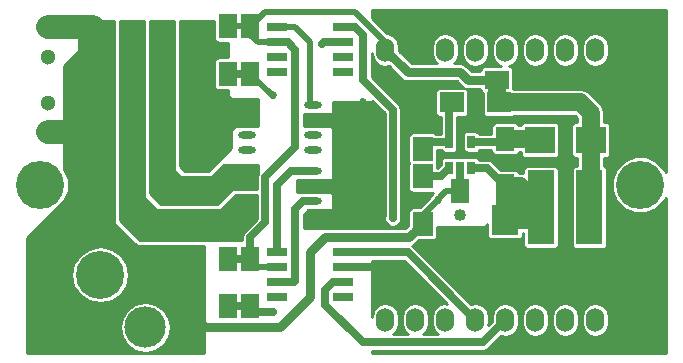
<source format=gtl>
%TF.GenerationSoftware,KiCad,Pcbnew,4.0.2-stable*%
%TF.CreationDate,2016-05-01T09:37:51-04:00*%
%TF.ProjectId,RGB-Controller,5247422D436F6E74726F6C6C65722E6B,rev?*%
%TF.FileFunction,Copper,L1,Top,Signal*%
%FSLAX46Y46*%
G04 Gerber Fmt 4.6, Leading zero omitted, Abs format (unit mm)*
G04 Created by KiCad (PCBNEW 4.0.2-stable) date 5/1/2016 9:37:51 AM*
%MOMM*%
G01*
G04 APERTURE LIST*
%ADD10C,0.127000*%
%ADD11R,1.600000X2.000000*%
%ADD12C,1.016000*%
%ADD13R,2.301240X2.499360*%
%ADD14O,1.524000X2.032000*%
%ADD15R,2.000000X1.600000*%
%ADD16C,4.064000*%
%ADD17R,2.200000X6.300000*%
%ADD18R,1.727200X2.032000*%
%ADD19O,1.727200X2.032000*%
%ADD20R,2.000000X1.700000*%
%ADD21R,1.700000X2.000000*%
%ADD22R,0.650000X1.060000*%
%ADD23R,1.750000X0.650000*%
%ADD24O,1.473200X0.609600*%
%ADD25R,2.499360X2.301240*%
%ADD26O,4.572000X4.572000*%
%ADD27O,4.064000X4.064000*%
%ADD28O,3.500120X3.500120*%
%ADD29R,1.300000X1.300000*%
%ADD30C,1.300000*%
%ADD31C,0.685800*%
%ADD32C,2.032000*%
%ADD33C,0.762000*%
%ADD34C,0.508000*%
%ADD35C,0.635000*%
%ADD36C,1.524000*%
%ADD37C,1.270000*%
%ADD38C,0.254000*%
G04 APERTURE END LIST*
D10*
D11*
X139700000Y-87535000D03*
X139700000Y-91535000D03*
D12*
X135890000Y-93980000D03*
D13*
X139700000Y-94371160D03*
X139700000Y-98668840D03*
D14*
X147320000Y-102870000D03*
X147320000Y-80010000D03*
X144780000Y-102870000D03*
X144780000Y-80010000D03*
X142240000Y-102870000D03*
X142240000Y-80010000D03*
X139700000Y-102870000D03*
X139700000Y-80010000D03*
X137160000Y-102870000D03*
X137160000Y-80010000D03*
X134620000Y-102870000D03*
X134620000Y-80010000D03*
X132080000Y-102870000D03*
X132080000Y-80010000D03*
X129540000Y-102870000D03*
X129540000Y-80010000D03*
D15*
X138970000Y-82550000D03*
X142970000Y-82550000D03*
D16*
X151130000Y-91440000D03*
D11*
X135890000Y-91980000D03*
X135890000Y-95980000D03*
D17*
X142730000Y-93345000D03*
X146830000Y-93345000D03*
D18*
X113030000Y-78740000D03*
D19*
X110490000Y-78740000D03*
X107950000Y-78740000D03*
X105410000Y-78740000D03*
D18*
X113030000Y-83820000D03*
D19*
X110490000Y-83820000D03*
X107950000Y-83820000D03*
X105410000Y-83820000D03*
D18*
X113030000Y-88900000D03*
D19*
X110490000Y-88900000D03*
X107950000Y-88900000D03*
X105410000Y-88900000D03*
D20*
X139160000Y-84455000D03*
X135160000Y-84455000D03*
D21*
X132715000Y-88360000D03*
X132715000Y-84360000D03*
X132715000Y-94710000D03*
X132715000Y-90710000D03*
D22*
X136840000Y-87800000D03*
X135890000Y-87800000D03*
X134940000Y-87800000D03*
X134940000Y-90000000D03*
X136840000Y-90000000D03*
X135890000Y-90000000D03*
D23*
X120390000Y-100965000D03*
X125990000Y-100965000D03*
X120390000Y-99695000D03*
X125990000Y-99695000D03*
X120390000Y-98425000D03*
X125990000Y-98425000D03*
X120390000Y-97155000D03*
X125990000Y-97155000D03*
X120390000Y-81915000D03*
X125990000Y-81915000D03*
X120390000Y-80645000D03*
X125990000Y-80645000D03*
X120390000Y-79375000D03*
X125990000Y-79375000D03*
X120390000Y-78105000D03*
X125990000Y-78105000D03*
D24*
X123444000Y-94107000D03*
X123444000Y-92837000D03*
X123444000Y-91567000D03*
X123444000Y-90297000D03*
X117856000Y-90297000D03*
X117856000Y-91567000D03*
X117856000Y-92837000D03*
X117856000Y-94107000D03*
X123444000Y-88519000D03*
X123444000Y-87249000D03*
X123444000Y-85979000D03*
X123444000Y-84709000D03*
X117856000Y-84709000D03*
X117856000Y-85979000D03*
X117856000Y-87249000D03*
X117856000Y-88519000D03*
D16*
X100330000Y-91440000D03*
D25*
X142631160Y-87630000D03*
X146928840Y-87630000D03*
D11*
X116205000Y-97695000D03*
X116205000Y-101695000D03*
X118110000Y-78010000D03*
X118110000Y-82010000D03*
X116205000Y-78010000D03*
X116205000Y-82010000D03*
X118110000Y-97695000D03*
X118110000Y-101695000D03*
D26*
X112014000Y-99060000D03*
D27*
X105410000Y-99060000D03*
D28*
X109220000Y-103505000D03*
D29*
X100965000Y-78105000D03*
D30*
X100965000Y-80605000D03*
D29*
X100965000Y-86995000D03*
D30*
X100965000Y-84495000D03*
D31*
X133985000Y-92710000D03*
X145415000Y-82550000D03*
X137160000Y-99695000D03*
X120015000Y-102235000D03*
X135890000Y-98425000D03*
X124206000Y-79502000D03*
X137160000Y-85725000D03*
X130810000Y-83185000D03*
X127635000Y-86360000D03*
X127635000Y-88265000D03*
X127635000Y-90170000D03*
X127635000Y-92075000D03*
X127635000Y-93980000D03*
X126365000Y-85725000D03*
X127635000Y-84455000D03*
X128905000Y-85725000D03*
X128905000Y-86995000D03*
X128905000Y-88900000D03*
X128905000Y-90805000D03*
X128905000Y-92710000D03*
X120015000Y-83820000D03*
X129540000Y-98425000D03*
X126365000Y-87630000D03*
X126365000Y-89535000D03*
X126365000Y-91440000D03*
X126365000Y-93345000D03*
X130175000Y-94234000D03*
D32*
X100965000Y-78105000D02*
X104775000Y-78105000D01*
X104775000Y-78105000D02*
X105410000Y-78740000D01*
X100965000Y-86995000D02*
X103505000Y-86995000D01*
X103505000Y-86995000D02*
X105410000Y-88900000D01*
D33*
X112014000Y-99060000D02*
X112014000Y-101219000D01*
X112014000Y-101219000D02*
X114300000Y-103505000D01*
X114300000Y-103505000D02*
X120650000Y-103505000D01*
X120650000Y-103505000D02*
X123190000Y-100965000D01*
X123190000Y-100965000D02*
X123190000Y-97155000D01*
X123190000Y-97155000D02*
X124460000Y-95885000D01*
X124460000Y-95885000D02*
X131540000Y-95885000D01*
X131540000Y-95885000D02*
X132715000Y-94710000D01*
D34*
X132715000Y-94710000D02*
X132715000Y-93980000D01*
X132715000Y-93980000D02*
X133985000Y-92710000D01*
X135890000Y-91980000D02*
X134715000Y-91980000D01*
X134715000Y-91980000D02*
X132715000Y-93980000D01*
D35*
X111610140Y-99060000D02*
X113030000Y-100479860D01*
X132715000Y-94710000D02*
X132175000Y-95250000D01*
X132715000Y-94710000D02*
X133160000Y-94710000D01*
X135890000Y-90000000D02*
X135890000Y-91980000D01*
D33*
X142970000Y-82550000D02*
X145415000Y-82550000D01*
D35*
X139700000Y-98668840D02*
X138186160Y-98668840D01*
X138186160Y-98668840D02*
X137160000Y-99695000D01*
X118110000Y-101695000D02*
X118650000Y-102235000D01*
X118650000Y-102235000D02*
X120015000Y-102235000D01*
X135890000Y-98425000D02*
X135890000Y-95980000D01*
X116205000Y-101695000D02*
X118110000Y-101695000D01*
X125990000Y-79375000D02*
X124333000Y-79375000D01*
X124333000Y-79375000D02*
X124206000Y-79502000D01*
X135890000Y-87800000D02*
X135890000Y-86995000D01*
X135890000Y-86995000D02*
X137160000Y-85725000D01*
X132715000Y-84360000D02*
X131985000Y-84360000D01*
X131985000Y-84360000D02*
X130810000Y-83185000D01*
D34*
X127635000Y-93980000D02*
X128905000Y-92710000D01*
D35*
X127000000Y-85725000D02*
X127635000Y-86360000D01*
X127635000Y-88265000D02*
X127635000Y-90170000D01*
X127635000Y-92075000D02*
X127635000Y-93980000D01*
X126365000Y-85725000D02*
X127000000Y-85725000D01*
D34*
X128905000Y-86995000D02*
X128905000Y-85725000D01*
X128905000Y-90805000D02*
X128905000Y-88900000D01*
D35*
X116205000Y-82010000D02*
X118110000Y-82010000D01*
D34*
X118110000Y-82010000D02*
X119920000Y-83820000D01*
X119920000Y-83820000D02*
X120015000Y-83820000D01*
D35*
X125990000Y-98425000D02*
X127000000Y-98425000D01*
X127000000Y-98425000D02*
X129540000Y-98425000D01*
D34*
X135890000Y-88900000D02*
X134620000Y-88900000D01*
D35*
X123444000Y-91567000D02*
X125603000Y-91567000D01*
X125730000Y-91440000D02*
X126365000Y-91440000D01*
X125603000Y-91567000D02*
X125730000Y-91440000D01*
X123444000Y-94107000D02*
X125603000Y-94107000D01*
X126111000Y-85979000D02*
X123444000Y-85979000D01*
X126365000Y-85725000D02*
X126111000Y-85979000D01*
X126365000Y-87630000D02*
X126365000Y-85725000D01*
X126365000Y-91440000D02*
X126365000Y-89535000D01*
X125603000Y-94107000D02*
X126365000Y-93345000D01*
D34*
X135890000Y-87800000D02*
X135890000Y-88900000D01*
X137160000Y-88900000D02*
X135890000Y-88900000D01*
D33*
X129540000Y-80010000D02*
X131445000Y-81915000D01*
X136525000Y-82550000D02*
X138970000Y-82550000D01*
X135890000Y-81915000D02*
X136525000Y-82550000D01*
X131445000Y-81915000D02*
X135890000Y-81915000D01*
D36*
X138970000Y-82550000D02*
X138970000Y-84265000D01*
X138970000Y-84265000D02*
X139160000Y-84455000D01*
X139160000Y-84455000D02*
X146050000Y-84455000D01*
X146928840Y-85333840D02*
X146928840Y-87630000D01*
X146050000Y-84455000D02*
X146928840Y-85333840D01*
X146780000Y-93395000D02*
X146830000Y-93345000D01*
X146928840Y-87630000D02*
X146928840Y-93246160D01*
X146928840Y-93246160D02*
X146830000Y-93345000D01*
D35*
X139160000Y-84455000D02*
X139160000Y-84360000D01*
X139065000Y-84455000D02*
X139160000Y-84455000D01*
X116205000Y-97695000D02*
X118110000Y-97695000D01*
X120390000Y-79375000D02*
X121285000Y-79375000D01*
X118110000Y-95885000D02*
X118110000Y-97695000D01*
X119380000Y-94615000D02*
X118110000Y-95885000D01*
X119380000Y-90805000D02*
X119380000Y-94615000D01*
X121920000Y-88265000D02*
X119380000Y-90805000D01*
X121920000Y-80010000D02*
X121920000Y-88265000D01*
X121285000Y-79375000D02*
X121920000Y-80010000D01*
D34*
X118205000Y-98425000D02*
X120390000Y-98425000D01*
X116205000Y-78010000D02*
X118110000Y-78010000D01*
X129540000Y-80010000D02*
X129540000Y-79375000D01*
X118110000Y-78740000D02*
X118745000Y-79375000D01*
X118110000Y-78105000D02*
X118110000Y-78740000D01*
X119380000Y-76835000D02*
X118110000Y-78105000D01*
X127000000Y-76835000D02*
X119380000Y-76835000D01*
X129540000Y-79375000D02*
X127000000Y-76835000D01*
X120390000Y-79375000D02*
X118745000Y-79375000D01*
D36*
X139700000Y-87535000D02*
X142536160Y-87535000D01*
X142536160Y-87535000D02*
X142631160Y-87630000D01*
D34*
X139700000Y-88021160D02*
X139700000Y-88170000D01*
D35*
X136840000Y-87800000D02*
X139330000Y-87800000D01*
X139330000Y-87800000D02*
X139700000Y-88170000D01*
D36*
X139700000Y-91535000D02*
X139700000Y-92075000D01*
X139700000Y-92075000D02*
X140970000Y-93345000D01*
X140970000Y-93345000D02*
X140970000Y-93101160D01*
X139700000Y-91535000D02*
X140920000Y-91535000D01*
X140920000Y-91535000D02*
X142730000Y-93345000D01*
X139700000Y-94371160D02*
X140970000Y-93101160D01*
X140970000Y-93101160D02*
X140726160Y-93345000D01*
X140726160Y-93345000D02*
X142730000Y-93345000D01*
D35*
X136840000Y-90000000D02*
X138165000Y-90000000D01*
X138165000Y-90000000D02*
X139700000Y-91535000D01*
D36*
X139700000Y-94371160D02*
X141703840Y-94371160D01*
X141703840Y-94371160D02*
X142730000Y-93345000D01*
X139700000Y-91535000D02*
X139700000Y-94371160D01*
D37*
X110363000Y-89027000D02*
X110490000Y-88900000D01*
X110363000Y-89027000D02*
X110490000Y-88900000D01*
X107823000Y-89027000D02*
X107950000Y-88900000D01*
X107823000Y-89027000D02*
X107950000Y-88900000D01*
D35*
X135160000Y-84455000D02*
X134940000Y-84675000D01*
X134940000Y-84675000D02*
X134940000Y-87800000D01*
X132715000Y-88360000D02*
X133275000Y-87800000D01*
X133275000Y-87800000D02*
X134940000Y-87800000D01*
X132715000Y-90710000D02*
X134230000Y-90710000D01*
X134230000Y-90710000D02*
X134940000Y-90000000D01*
X120390000Y-99695000D02*
X121793000Y-99695000D01*
X122555000Y-92837000D02*
X123444000Y-92837000D01*
X121920000Y-93472000D02*
X122555000Y-92837000D01*
X121920000Y-99568000D02*
X121920000Y-93472000D01*
X121793000Y-99695000D02*
X121920000Y-99568000D01*
X125990000Y-99695000D02*
X125095000Y-99695000D01*
X137795000Y-104775000D02*
X139700000Y-102870000D01*
X127635000Y-104775000D02*
X137795000Y-104775000D01*
X124460000Y-101600000D02*
X127635000Y-104775000D01*
X124460000Y-100330000D02*
X124460000Y-101600000D01*
X125095000Y-99695000D02*
X124460000Y-100330000D01*
X120390000Y-97155000D02*
X120390000Y-91446000D01*
X121539000Y-90297000D02*
X123444000Y-90297000D01*
X120390000Y-91446000D02*
X121539000Y-90297000D01*
X125990000Y-97155000D02*
X131445000Y-97155000D01*
X131445000Y-97155000D02*
X137160000Y-102870000D01*
X125990000Y-78105000D02*
X127000000Y-78105000D01*
X130175000Y-85090000D02*
X130175000Y-94234000D01*
X127635000Y-82550000D02*
X130175000Y-85090000D01*
X127635000Y-78740000D02*
X127635000Y-82550000D01*
X127000000Y-78105000D02*
X127635000Y-78740000D01*
D34*
X120390000Y-78105000D02*
X121920000Y-78105000D01*
X123190000Y-79375000D02*
X123190000Y-84455000D01*
X121920000Y-78105000D02*
X123190000Y-79375000D01*
X121920000Y-78105000D02*
X121920000Y-78105000D01*
X123190000Y-84455000D02*
X123444000Y-84709000D01*
D38*
G36*
X153276300Y-90315657D02*
X153176834Y-90074931D01*
X152498639Y-89395551D01*
X151612081Y-89027420D01*
X150652130Y-89026583D01*
X149764931Y-89393166D01*
X149085551Y-90071361D01*
X148717420Y-90957919D01*
X148716583Y-91917870D01*
X149083166Y-92805069D01*
X149761361Y-93484449D01*
X150647919Y-93852580D01*
X151607870Y-93853417D01*
X152495069Y-93486834D01*
X153174449Y-92808639D01*
X153276300Y-92563355D01*
X153276300Y-105651300D01*
X128397000Y-105651300D01*
X128397000Y-105473500D01*
X137795000Y-105473500D01*
X138062305Y-105420330D01*
X138288914Y-105268914D01*
X139335886Y-104221942D01*
X139700000Y-104294369D01*
X140137407Y-104207363D01*
X140508223Y-103959592D01*
X140755994Y-103588776D01*
X140843000Y-103151369D01*
X140843000Y-102588631D01*
X141097000Y-102588631D01*
X141097000Y-103151369D01*
X141184006Y-103588776D01*
X141431777Y-103959592D01*
X141802593Y-104207363D01*
X142240000Y-104294369D01*
X142677407Y-104207363D01*
X143048223Y-103959592D01*
X143295994Y-103588776D01*
X143383000Y-103151369D01*
X143383000Y-102588631D01*
X143637000Y-102588631D01*
X143637000Y-103151369D01*
X143724006Y-103588776D01*
X143971777Y-103959592D01*
X144342593Y-104207363D01*
X144780000Y-104294369D01*
X145217407Y-104207363D01*
X145588223Y-103959592D01*
X145835994Y-103588776D01*
X145923000Y-103151369D01*
X145923000Y-102588631D01*
X146177000Y-102588631D01*
X146177000Y-103151369D01*
X146264006Y-103588776D01*
X146511777Y-103959592D01*
X146882593Y-104207363D01*
X147320000Y-104294369D01*
X147757407Y-104207363D01*
X148128223Y-103959592D01*
X148375994Y-103588776D01*
X148463000Y-103151369D01*
X148463000Y-102588631D01*
X148375994Y-102151224D01*
X148128223Y-101780408D01*
X147757407Y-101532637D01*
X147320000Y-101445631D01*
X146882593Y-101532637D01*
X146511777Y-101780408D01*
X146264006Y-102151224D01*
X146177000Y-102588631D01*
X145923000Y-102588631D01*
X145835994Y-102151224D01*
X145588223Y-101780408D01*
X145217407Y-101532637D01*
X144780000Y-101445631D01*
X144342593Y-101532637D01*
X143971777Y-101780408D01*
X143724006Y-102151224D01*
X143637000Y-102588631D01*
X143383000Y-102588631D01*
X143295994Y-102151224D01*
X143048223Y-101780408D01*
X142677407Y-101532637D01*
X142240000Y-101445631D01*
X141802593Y-101532637D01*
X141431777Y-101780408D01*
X141184006Y-102151224D01*
X141097000Y-102588631D01*
X140843000Y-102588631D01*
X140755994Y-102151224D01*
X140508223Y-101780408D01*
X140137407Y-101532637D01*
X139700000Y-101445631D01*
X139262593Y-101532637D01*
X138891777Y-101780408D01*
X138644006Y-102151224D01*
X138557000Y-102588631D01*
X138557000Y-103025172D01*
X138271266Y-103310906D01*
X138303000Y-103151369D01*
X138303000Y-102588631D01*
X138215994Y-102151224D01*
X137968223Y-101780408D01*
X137597407Y-101532637D01*
X137160000Y-101445631D01*
X136795886Y-101518058D01*
X131938914Y-96661086D01*
X131831157Y-96589085D01*
X131831605Y-96588996D01*
X132078815Y-96423815D01*
X132404166Y-96098464D01*
X133565000Y-96098464D01*
X133706190Y-96071897D01*
X133835865Y-95988454D01*
X133922859Y-95861134D01*
X133953464Y-95710000D01*
X133953464Y-95002427D01*
X133985000Y-95008700D01*
X137795000Y-95008700D01*
X137945662Y-94978731D01*
X138073388Y-94893388D01*
X138158731Y-94765662D01*
X138160916Y-94754677D01*
X138160916Y-95620840D01*
X138187483Y-95762030D01*
X138270926Y-95891705D01*
X138398246Y-95978699D01*
X138549380Y-96009304D01*
X140850620Y-96009304D01*
X140991810Y-95982737D01*
X141121485Y-95899294D01*
X141208479Y-95771974D01*
X141239084Y-95620840D01*
X141239084Y-95514160D01*
X141241536Y-95514160D01*
X141241536Y-96495000D01*
X141268103Y-96636190D01*
X141351546Y-96765865D01*
X141478866Y-96852859D01*
X141630000Y-96883464D01*
X143830000Y-96883464D01*
X143971190Y-96856897D01*
X144100865Y-96773454D01*
X144187859Y-96646134D01*
X144218464Y-96495000D01*
X144218464Y-90195000D01*
X144191897Y-90053810D01*
X144108454Y-89924135D01*
X143981134Y-89837141D01*
X143830000Y-89806536D01*
X141630000Y-89806536D01*
X141488810Y-89833103D01*
X141359135Y-89916546D01*
X141272141Y-90043866D01*
X141241536Y-90195000D01*
X141241536Y-90455958D01*
X140920000Y-90392000D01*
X140860732Y-90392000D01*
X140778454Y-90264135D01*
X140651134Y-90177141D01*
X140500000Y-90146536D01*
X139299364Y-90146536D01*
X138658914Y-89506086D01*
X138432305Y-89354670D01*
X138165000Y-89301500D01*
X137509324Y-89301500D01*
X137443454Y-89199135D01*
X137316134Y-89112141D01*
X137165000Y-89081536D01*
X136515000Y-89081536D01*
X136373810Y-89108103D01*
X136366813Y-89112605D01*
X136366134Y-89112141D01*
X136215000Y-89081536D01*
X135565000Y-89081536D01*
X135423810Y-89108103D01*
X135416813Y-89112605D01*
X135416134Y-89112141D01*
X135265000Y-89081536D01*
X134615000Y-89081536D01*
X134473810Y-89108103D01*
X134344135Y-89191546D01*
X134257141Y-89318866D01*
X134226536Y-89470000D01*
X134226536Y-89725636D01*
X133953464Y-89998708D01*
X133953464Y-89710000D01*
X133926897Y-89568810D01*
X133905825Y-89536064D01*
X133922859Y-89511134D01*
X133953464Y-89360000D01*
X133953464Y-88498500D01*
X134270676Y-88498500D01*
X134336546Y-88600865D01*
X134463866Y-88687859D01*
X134615000Y-88718464D01*
X135265000Y-88718464D01*
X135406190Y-88691897D01*
X135535865Y-88608454D01*
X135622859Y-88481134D01*
X135653464Y-88330000D01*
X135653464Y-87270000D01*
X136126536Y-87270000D01*
X136126536Y-88330000D01*
X136153103Y-88471190D01*
X136236546Y-88600865D01*
X136363866Y-88687859D01*
X136515000Y-88718464D01*
X137165000Y-88718464D01*
X137306190Y-88691897D01*
X137435865Y-88608454D01*
X137510993Y-88498500D01*
X138511536Y-88498500D01*
X138511536Y-88535000D01*
X138538103Y-88676190D01*
X138621546Y-88805865D01*
X138748866Y-88892859D01*
X138900000Y-88923464D01*
X140500000Y-88923464D01*
X140641190Y-88896897D01*
X140770865Y-88813454D01*
X140857859Y-88686134D01*
X140859506Y-88678000D01*
X140993016Y-88678000D01*
X140993016Y-88780620D01*
X141019583Y-88921810D01*
X141103026Y-89051485D01*
X141230346Y-89138479D01*
X141381480Y-89169084D01*
X143880840Y-89169084D01*
X144022030Y-89142517D01*
X144151705Y-89059074D01*
X144238699Y-88931754D01*
X144269304Y-88780620D01*
X144269304Y-86479380D01*
X144242737Y-86338190D01*
X144159294Y-86208515D01*
X144031974Y-86121521D01*
X143880840Y-86090916D01*
X141381480Y-86090916D01*
X141240290Y-86117483D01*
X141110615Y-86200926D01*
X141023621Y-86328246D01*
X141010711Y-86392000D01*
X140860732Y-86392000D01*
X140778454Y-86264135D01*
X140651134Y-86177141D01*
X140500000Y-86146536D01*
X138900000Y-86146536D01*
X138758810Y-86173103D01*
X138629135Y-86256546D01*
X138542141Y-86383866D01*
X138511536Y-86535000D01*
X138511536Y-87101500D01*
X137509324Y-87101500D01*
X137443454Y-86999135D01*
X137316134Y-86912141D01*
X137165000Y-86881536D01*
X136515000Y-86881536D01*
X136373810Y-86908103D01*
X136244135Y-86991546D01*
X136157141Y-87118866D01*
X136126536Y-87270000D01*
X135653464Y-87270000D01*
X135638500Y-87190474D01*
X135638500Y-85693464D01*
X136160000Y-85693464D01*
X136301190Y-85666897D01*
X136430865Y-85583454D01*
X136517859Y-85456134D01*
X136548464Y-85305000D01*
X136548464Y-83605000D01*
X136521897Y-83463810D01*
X136438454Y-83334135D01*
X136357212Y-83278625D01*
X136525000Y-83312000D01*
X137581536Y-83312000D01*
X137581536Y-83350000D01*
X137608103Y-83491190D01*
X137691546Y-83620865D01*
X137771536Y-83675520D01*
X137771536Y-85305000D01*
X137798103Y-85446190D01*
X137881546Y-85575865D01*
X138008866Y-85662859D01*
X138160000Y-85693464D01*
X140160000Y-85693464D01*
X140301190Y-85666897D01*
X140408260Y-85598000D01*
X145576554Y-85598000D01*
X145785840Y-85807286D01*
X145785840Y-86090916D01*
X145679160Y-86090916D01*
X145537970Y-86117483D01*
X145408295Y-86200926D01*
X145321301Y-86328246D01*
X145290696Y-86479380D01*
X145290696Y-88780620D01*
X145317263Y-88921810D01*
X145400706Y-89051485D01*
X145528026Y-89138479D01*
X145679160Y-89169084D01*
X145785840Y-89169084D01*
X145785840Y-89806536D01*
X145730000Y-89806536D01*
X145588810Y-89833103D01*
X145459135Y-89916546D01*
X145372141Y-90043866D01*
X145341536Y-90195000D01*
X145341536Y-96495000D01*
X145368103Y-96636190D01*
X145451546Y-96765865D01*
X145578866Y-96852859D01*
X145730000Y-96883464D01*
X147930000Y-96883464D01*
X148071190Y-96856897D01*
X148200865Y-96773454D01*
X148287859Y-96646134D01*
X148318464Y-96495000D01*
X148318464Y-90195000D01*
X148291897Y-90053810D01*
X148208454Y-89924135D01*
X148081134Y-89837141D01*
X148071840Y-89835259D01*
X148071840Y-89169084D01*
X148178520Y-89169084D01*
X148319710Y-89142517D01*
X148449385Y-89059074D01*
X148536379Y-88931754D01*
X148566984Y-88780620D01*
X148566984Y-86479380D01*
X148540417Y-86338190D01*
X148456974Y-86208515D01*
X148329654Y-86121521D01*
X148178520Y-86090916D01*
X148071840Y-86090916D01*
X148071840Y-85333840D01*
X147984834Y-84896433D01*
X147737063Y-84525617D01*
X146858223Y-83646777D01*
X146487407Y-83399006D01*
X146050000Y-83312000D01*
X140406058Y-83312000D01*
X140358464Y-83279480D01*
X140358464Y-81750000D01*
X140331897Y-81608810D01*
X140248454Y-81479135D01*
X140121134Y-81392141D01*
X140017648Y-81371185D01*
X140137407Y-81347363D01*
X140508223Y-81099592D01*
X140755994Y-80728776D01*
X140843000Y-80291369D01*
X140843000Y-79728631D01*
X141097000Y-79728631D01*
X141097000Y-80291369D01*
X141184006Y-80728776D01*
X141431777Y-81099592D01*
X141802593Y-81347363D01*
X142240000Y-81434369D01*
X142677407Y-81347363D01*
X143048223Y-81099592D01*
X143295994Y-80728776D01*
X143383000Y-80291369D01*
X143383000Y-79728631D01*
X143637000Y-79728631D01*
X143637000Y-80291369D01*
X143724006Y-80728776D01*
X143971777Y-81099592D01*
X144342593Y-81347363D01*
X144780000Y-81434369D01*
X145217407Y-81347363D01*
X145588223Y-81099592D01*
X145835994Y-80728776D01*
X145923000Y-80291369D01*
X145923000Y-79728631D01*
X146177000Y-79728631D01*
X146177000Y-80291369D01*
X146264006Y-80728776D01*
X146511777Y-81099592D01*
X146882593Y-81347363D01*
X147320000Y-81434369D01*
X147757407Y-81347363D01*
X148128223Y-81099592D01*
X148375994Y-80728776D01*
X148463000Y-80291369D01*
X148463000Y-79728631D01*
X148375994Y-79291224D01*
X148128223Y-78920408D01*
X147757407Y-78672637D01*
X147320000Y-78585631D01*
X146882593Y-78672637D01*
X146511777Y-78920408D01*
X146264006Y-79291224D01*
X146177000Y-79728631D01*
X145923000Y-79728631D01*
X145835994Y-79291224D01*
X145588223Y-78920408D01*
X145217407Y-78672637D01*
X144780000Y-78585631D01*
X144342593Y-78672637D01*
X143971777Y-78920408D01*
X143724006Y-79291224D01*
X143637000Y-79728631D01*
X143383000Y-79728631D01*
X143295994Y-79291224D01*
X143048223Y-78920408D01*
X142677407Y-78672637D01*
X142240000Y-78585631D01*
X141802593Y-78672637D01*
X141431777Y-78920408D01*
X141184006Y-79291224D01*
X141097000Y-79728631D01*
X140843000Y-79728631D01*
X140755994Y-79291224D01*
X140508223Y-78920408D01*
X140137407Y-78672637D01*
X139700000Y-78585631D01*
X139262593Y-78672637D01*
X138891777Y-78920408D01*
X138644006Y-79291224D01*
X138557000Y-79728631D01*
X138557000Y-80291369D01*
X138644006Y-80728776D01*
X138891777Y-81099592D01*
X139262593Y-81347363D01*
X139333845Y-81361536D01*
X137970000Y-81361536D01*
X137828810Y-81388103D01*
X137699135Y-81471546D01*
X137612141Y-81598866D01*
X137581536Y-81750000D01*
X137581536Y-81788000D01*
X136840631Y-81788000D01*
X136428815Y-81376185D01*
X136385680Y-81347363D01*
X136181605Y-81211004D01*
X135890000Y-81153000D01*
X135348292Y-81153000D01*
X135428223Y-81099592D01*
X135675994Y-80728776D01*
X135763000Y-80291369D01*
X135763000Y-79728631D01*
X136017000Y-79728631D01*
X136017000Y-80291369D01*
X136104006Y-80728776D01*
X136351777Y-81099592D01*
X136722593Y-81347363D01*
X137160000Y-81434369D01*
X137597407Y-81347363D01*
X137968223Y-81099592D01*
X138215994Y-80728776D01*
X138303000Y-80291369D01*
X138303000Y-79728631D01*
X138215994Y-79291224D01*
X137968223Y-78920408D01*
X137597407Y-78672637D01*
X137160000Y-78585631D01*
X136722593Y-78672637D01*
X136351777Y-78920408D01*
X136104006Y-79291224D01*
X136017000Y-79728631D01*
X135763000Y-79728631D01*
X135675994Y-79291224D01*
X135428223Y-78920408D01*
X135057407Y-78672637D01*
X134620000Y-78585631D01*
X134182593Y-78672637D01*
X133811777Y-78920408D01*
X133564006Y-79291224D01*
X133477000Y-79728631D01*
X133477000Y-80291369D01*
X133564006Y-80728776D01*
X133811777Y-81099592D01*
X133891708Y-81153000D01*
X131760630Y-81153000D01*
X130683000Y-80075370D01*
X130683000Y-79728631D01*
X130595994Y-79291224D01*
X130348223Y-78920408D01*
X129977407Y-78672637D01*
X129675636Y-78612611D01*
X128397000Y-77333974D01*
X128397000Y-76593700D01*
X153276300Y-76593700D01*
X153276300Y-90315657D01*
X153276300Y-90315657D01*
G37*
X153276300Y-90315657D02*
X153176834Y-90074931D01*
X152498639Y-89395551D01*
X151612081Y-89027420D01*
X150652130Y-89026583D01*
X149764931Y-89393166D01*
X149085551Y-90071361D01*
X148717420Y-90957919D01*
X148716583Y-91917870D01*
X149083166Y-92805069D01*
X149761361Y-93484449D01*
X150647919Y-93852580D01*
X151607870Y-93853417D01*
X152495069Y-93486834D01*
X153174449Y-92808639D01*
X153276300Y-92563355D01*
X153276300Y-105651300D01*
X128397000Y-105651300D01*
X128397000Y-105473500D01*
X137795000Y-105473500D01*
X138062305Y-105420330D01*
X138288914Y-105268914D01*
X139335886Y-104221942D01*
X139700000Y-104294369D01*
X140137407Y-104207363D01*
X140508223Y-103959592D01*
X140755994Y-103588776D01*
X140843000Y-103151369D01*
X140843000Y-102588631D01*
X141097000Y-102588631D01*
X141097000Y-103151369D01*
X141184006Y-103588776D01*
X141431777Y-103959592D01*
X141802593Y-104207363D01*
X142240000Y-104294369D01*
X142677407Y-104207363D01*
X143048223Y-103959592D01*
X143295994Y-103588776D01*
X143383000Y-103151369D01*
X143383000Y-102588631D01*
X143637000Y-102588631D01*
X143637000Y-103151369D01*
X143724006Y-103588776D01*
X143971777Y-103959592D01*
X144342593Y-104207363D01*
X144780000Y-104294369D01*
X145217407Y-104207363D01*
X145588223Y-103959592D01*
X145835994Y-103588776D01*
X145923000Y-103151369D01*
X145923000Y-102588631D01*
X146177000Y-102588631D01*
X146177000Y-103151369D01*
X146264006Y-103588776D01*
X146511777Y-103959592D01*
X146882593Y-104207363D01*
X147320000Y-104294369D01*
X147757407Y-104207363D01*
X148128223Y-103959592D01*
X148375994Y-103588776D01*
X148463000Y-103151369D01*
X148463000Y-102588631D01*
X148375994Y-102151224D01*
X148128223Y-101780408D01*
X147757407Y-101532637D01*
X147320000Y-101445631D01*
X146882593Y-101532637D01*
X146511777Y-101780408D01*
X146264006Y-102151224D01*
X146177000Y-102588631D01*
X145923000Y-102588631D01*
X145835994Y-102151224D01*
X145588223Y-101780408D01*
X145217407Y-101532637D01*
X144780000Y-101445631D01*
X144342593Y-101532637D01*
X143971777Y-101780408D01*
X143724006Y-102151224D01*
X143637000Y-102588631D01*
X143383000Y-102588631D01*
X143295994Y-102151224D01*
X143048223Y-101780408D01*
X142677407Y-101532637D01*
X142240000Y-101445631D01*
X141802593Y-101532637D01*
X141431777Y-101780408D01*
X141184006Y-102151224D01*
X141097000Y-102588631D01*
X140843000Y-102588631D01*
X140755994Y-102151224D01*
X140508223Y-101780408D01*
X140137407Y-101532637D01*
X139700000Y-101445631D01*
X139262593Y-101532637D01*
X138891777Y-101780408D01*
X138644006Y-102151224D01*
X138557000Y-102588631D01*
X138557000Y-103025172D01*
X138271266Y-103310906D01*
X138303000Y-103151369D01*
X138303000Y-102588631D01*
X138215994Y-102151224D01*
X137968223Y-101780408D01*
X137597407Y-101532637D01*
X137160000Y-101445631D01*
X136795886Y-101518058D01*
X131938914Y-96661086D01*
X131831157Y-96589085D01*
X131831605Y-96588996D01*
X132078815Y-96423815D01*
X132404166Y-96098464D01*
X133565000Y-96098464D01*
X133706190Y-96071897D01*
X133835865Y-95988454D01*
X133922859Y-95861134D01*
X133953464Y-95710000D01*
X133953464Y-95002427D01*
X133985000Y-95008700D01*
X137795000Y-95008700D01*
X137945662Y-94978731D01*
X138073388Y-94893388D01*
X138158731Y-94765662D01*
X138160916Y-94754677D01*
X138160916Y-95620840D01*
X138187483Y-95762030D01*
X138270926Y-95891705D01*
X138398246Y-95978699D01*
X138549380Y-96009304D01*
X140850620Y-96009304D01*
X140991810Y-95982737D01*
X141121485Y-95899294D01*
X141208479Y-95771974D01*
X141239084Y-95620840D01*
X141239084Y-95514160D01*
X141241536Y-95514160D01*
X141241536Y-96495000D01*
X141268103Y-96636190D01*
X141351546Y-96765865D01*
X141478866Y-96852859D01*
X141630000Y-96883464D01*
X143830000Y-96883464D01*
X143971190Y-96856897D01*
X144100865Y-96773454D01*
X144187859Y-96646134D01*
X144218464Y-96495000D01*
X144218464Y-90195000D01*
X144191897Y-90053810D01*
X144108454Y-89924135D01*
X143981134Y-89837141D01*
X143830000Y-89806536D01*
X141630000Y-89806536D01*
X141488810Y-89833103D01*
X141359135Y-89916546D01*
X141272141Y-90043866D01*
X141241536Y-90195000D01*
X141241536Y-90455958D01*
X140920000Y-90392000D01*
X140860732Y-90392000D01*
X140778454Y-90264135D01*
X140651134Y-90177141D01*
X140500000Y-90146536D01*
X139299364Y-90146536D01*
X138658914Y-89506086D01*
X138432305Y-89354670D01*
X138165000Y-89301500D01*
X137509324Y-89301500D01*
X137443454Y-89199135D01*
X137316134Y-89112141D01*
X137165000Y-89081536D01*
X136515000Y-89081536D01*
X136373810Y-89108103D01*
X136366813Y-89112605D01*
X136366134Y-89112141D01*
X136215000Y-89081536D01*
X135565000Y-89081536D01*
X135423810Y-89108103D01*
X135416813Y-89112605D01*
X135416134Y-89112141D01*
X135265000Y-89081536D01*
X134615000Y-89081536D01*
X134473810Y-89108103D01*
X134344135Y-89191546D01*
X134257141Y-89318866D01*
X134226536Y-89470000D01*
X134226536Y-89725636D01*
X133953464Y-89998708D01*
X133953464Y-89710000D01*
X133926897Y-89568810D01*
X133905825Y-89536064D01*
X133922859Y-89511134D01*
X133953464Y-89360000D01*
X133953464Y-88498500D01*
X134270676Y-88498500D01*
X134336546Y-88600865D01*
X134463866Y-88687859D01*
X134615000Y-88718464D01*
X135265000Y-88718464D01*
X135406190Y-88691897D01*
X135535865Y-88608454D01*
X135622859Y-88481134D01*
X135653464Y-88330000D01*
X135653464Y-87270000D01*
X136126536Y-87270000D01*
X136126536Y-88330000D01*
X136153103Y-88471190D01*
X136236546Y-88600865D01*
X136363866Y-88687859D01*
X136515000Y-88718464D01*
X137165000Y-88718464D01*
X137306190Y-88691897D01*
X137435865Y-88608454D01*
X137510993Y-88498500D01*
X138511536Y-88498500D01*
X138511536Y-88535000D01*
X138538103Y-88676190D01*
X138621546Y-88805865D01*
X138748866Y-88892859D01*
X138900000Y-88923464D01*
X140500000Y-88923464D01*
X140641190Y-88896897D01*
X140770865Y-88813454D01*
X140857859Y-88686134D01*
X140859506Y-88678000D01*
X140993016Y-88678000D01*
X140993016Y-88780620D01*
X141019583Y-88921810D01*
X141103026Y-89051485D01*
X141230346Y-89138479D01*
X141381480Y-89169084D01*
X143880840Y-89169084D01*
X144022030Y-89142517D01*
X144151705Y-89059074D01*
X144238699Y-88931754D01*
X144269304Y-88780620D01*
X144269304Y-86479380D01*
X144242737Y-86338190D01*
X144159294Y-86208515D01*
X144031974Y-86121521D01*
X143880840Y-86090916D01*
X141381480Y-86090916D01*
X141240290Y-86117483D01*
X141110615Y-86200926D01*
X141023621Y-86328246D01*
X141010711Y-86392000D01*
X140860732Y-86392000D01*
X140778454Y-86264135D01*
X140651134Y-86177141D01*
X140500000Y-86146536D01*
X138900000Y-86146536D01*
X138758810Y-86173103D01*
X138629135Y-86256546D01*
X138542141Y-86383866D01*
X138511536Y-86535000D01*
X138511536Y-87101500D01*
X137509324Y-87101500D01*
X137443454Y-86999135D01*
X137316134Y-86912141D01*
X137165000Y-86881536D01*
X136515000Y-86881536D01*
X136373810Y-86908103D01*
X136244135Y-86991546D01*
X136157141Y-87118866D01*
X136126536Y-87270000D01*
X135653464Y-87270000D01*
X135638500Y-87190474D01*
X135638500Y-85693464D01*
X136160000Y-85693464D01*
X136301190Y-85666897D01*
X136430865Y-85583454D01*
X136517859Y-85456134D01*
X136548464Y-85305000D01*
X136548464Y-83605000D01*
X136521897Y-83463810D01*
X136438454Y-83334135D01*
X136357212Y-83278625D01*
X136525000Y-83312000D01*
X137581536Y-83312000D01*
X137581536Y-83350000D01*
X137608103Y-83491190D01*
X137691546Y-83620865D01*
X137771536Y-83675520D01*
X137771536Y-85305000D01*
X137798103Y-85446190D01*
X137881546Y-85575865D01*
X138008866Y-85662859D01*
X138160000Y-85693464D01*
X140160000Y-85693464D01*
X140301190Y-85666897D01*
X140408260Y-85598000D01*
X145576554Y-85598000D01*
X145785840Y-85807286D01*
X145785840Y-86090916D01*
X145679160Y-86090916D01*
X145537970Y-86117483D01*
X145408295Y-86200926D01*
X145321301Y-86328246D01*
X145290696Y-86479380D01*
X145290696Y-88780620D01*
X145317263Y-88921810D01*
X145400706Y-89051485D01*
X145528026Y-89138479D01*
X145679160Y-89169084D01*
X145785840Y-89169084D01*
X145785840Y-89806536D01*
X145730000Y-89806536D01*
X145588810Y-89833103D01*
X145459135Y-89916546D01*
X145372141Y-90043866D01*
X145341536Y-90195000D01*
X145341536Y-96495000D01*
X145368103Y-96636190D01*
X145451546Y-96765865D01*
X145578866Y-96852859D01*
X145730000Y-96883464D01*
X147930000Y-96883464D01*
X148071190Y-96856897D01*
X148200865Y-96773454D01*
X148287859Y-96646134D01*
X148318464Y-96495000D01*
X148318464Y-90195000D01*
X148291897Y-90053810D01*
X148208454Y-89924135D01*
X148081134Y-89837141D01*
X148071840Y-89835259D01*
X148071840Y-89169084D01*
X148178520Y-89169084D01*
X148319710Y-89142517D01*
X148449385Y-89059074D01*
X148536379Y-88931754D01*
X148566984Y-88780620D01*
X148566984Y-86479380D01*
X148540417Y-86338190D01*
X148456974Y-86208515D01*
X148329654Y-86121521D01*
X148178520Y-86090916D01*
X148071840Y-86090916D01*
X148071840Y-85333840D01*
X147984834Y-84896433D01*
X147737063Y-84525617D01*
X146858223Y-83646777D01*
X146487407Y-83399006D01*
X146050000Y-83312000D01*
X140406058Y-83312000D01*
X140358464Y-83279480D01*
X140358464Y-81750000D01*
X140331897Y-81608810D01*
X140248454Y-81479135D01*
X140121134Y-81392141D01*
X140017648Y-81371185D01*
X140137407Y-81347363D01*
X140508223Y-81099592D01*
X140755994Y-80728776D01*
X140843000Y-80291369D01*
X140843000Y-79728631D01*
X141097000Y-79728631D01*
X141097000Y-80291369D01*
X141184006Y-80728776D01*
X141431777Y-81099592D01*
X141802593Y-81347363D01*
X142240000Y-81434369D01*
X142677407Y-81347363D01*
X143048223Y-81099592D01*
X143295994Y-80728776D01*
X143383000Y-80291369D01*
X143383000Y-79728631D01*
X143637000Y-79728631D01*
X143637000Y-80291369D01*
X143724006Y-80728776D01*
X143971777Y-81099592D01*
X144342593Y-81347363D01*
X144780000Y-81434369D01*
X145217407Y-81347363D01*
X145588223Y-81099592D01*
X145835994Y-80728776D01*
X145923000Y-80291369D01*
X145923000Y-79728631D01*
X146177000Y-79728631D01*
X146177000Y-80291369D01*
X146264006Y-80728776D01*
X146511777Y-81099592D01*
X146882593Y-81347363D01*
X147320000Y-81434369D01*
X147757407Y-81347363D01*
X148128223Y-81099592D01*
X148375994Y-80728776D01*
X148463000Y-80291369D01*
X148463000Y-79728631D01*
X148375994Y-79291224D01*
X148128223Y-78920408D01*
X147757407Y-78672637D01*
X147320000Y-78585631D01*
X146882593Y-78672637D01*
X146511777Y-78920408D01*
X146264006Y-79291224D01*
X146177000Y-79728631D01*
X145923000Y-79728631D01*
X145835994Y-79291224D01*
X145588223Y-78920408D01*
X145217407Y-78672637D01*
X144780000Y-78585631D01*
X144342593Y-78672637D01*
X143971777Y-78920408D01*
X143724006Y-79291224D01*
X143637000Y-79728631D01*
X143383000Y-79728631D01*
X143295994Y-79291224D01*
X143048223Y-78920408D01*
X142677407Y-78672637D01*
X142240000Y-78585631D01*
X141802593Y-78672637D01*
X141431777Y-78920408D01*
X141184006Y-79291224D01*
X141097000Y-79728631D01*
X140843000Y-79728631D01*
X140755994Y-79291224D01*
X140508223Y-78920408D01*
X140137407Y-78672637D01*
X139700000Y-78585631D01*
X139262593Y-78672637D01*
X138891777Y-78920408D01*
X138644006Y-79291224D01*
X138557000Y-79728631D01*
X138557000Y-80291369D01*
X138644006Y-80728776D01*
X138891777Y-81099592D01*
X139262593Y-81347363D01*
X139333845Y-81361536D01*
X137970000Y-81361536D01*
X137828810Y-81388103D01*
X137699135Y-81471546D01*
X137612141Y-81598866D01*
X137581536Y-81750000D01*
X137581536Y-81788000D01*
X136840631Y-81788000D01*
X136428815Y-81376185D01*
X136385680Y-81347363D01*
X136181605Y-81211004D01*
X135890000Y-81153000D01*
X135348292Y-81153000D01*
X135428223Y-81099592D01*
X135675994Y-80728776D01*
X135763000Y-80291369D01*
X135763000Y-79728631D01*
X136017000Y-79728631D01*
X136017000Y-80291369D01*
X136104006Y-80728776D01*
X136351777Y-81099592D01*
X136722593Y-81347363D01*
X137160000Y-81434369D01*
X137597407Y-81347363D01*
X137968223Y-81099592D01*
X138215994Y-80728776D01*
X138303000Y-80291369D01*
X138303000Y-79728631D01*
X138215994Y-79291224D01*
X137968223Y-78920408D01*
X137597407Y-78672637D01*
X137160000Y-78585631D01*
X136722593Y-78672637D01*
X136351777Y-78920408D01*
X136104006Y-79291224D01*
X136017000Y-79728631D01*
X135763000Y-79728631D01*
X135675994Y-79291224D01*
X135428223Y-78920408D01*
X135057407Y-78672637D01*
X134620000Y-78585631D01*
X134182593Y-78672637D01*
X133811777Y-78920408D01*
X133564006Y-79291224D01*
X133477000Y-79728631D01*
X133477000Y-80291369D01*
X133564006Y-80728776D01*
X133811777Y-81099592D01*
X133891708Y-81153000D01*
X131760630Y-81153000D01*
X130683000Y-80075370D01*
X130683000Y-79728631D01*
X130595994Y-79291224D01*
X130348223Y-78920408D01*
X129977407Y-78672637D01*
X129675636Y-78612611D01*
X128397000Y-77333974D01*
X128397000Y-76593700D01*
X153276300Y-76593700D01*
X153276300Y-90315657D01*
G36*
X134779537Y-101477365D02*
X134620000Y-101445631D01*
X134182593Y-101532637D01*
X133811777Y-101780408D01*
X133564006Y-102151224D01*
X133477000Y-102588631D01*
X133477000Y-103151369D01*
X133564006Y-103588776D01*
X133811777Y-103959592D01*
X133986742Y-104076500D01*
X132713258Y-104076500D01*
X132888223Y-103959592D01*
X133135994Y-103588776D01*
X133223000Y-103151369D01*
X133223000Y-102588631D01*
X133135994Y-102151224D01*
X132888223Y-101780408D01*
X132517407Y-101532637D01*
X132080000Y-101445631D01*
X131642593Y-101532637D01*
X131271777Y-101780408D01*
X131024006Y-102151224D01*
X130937000Y-102588631D01*
X130937000Y-103151369D01*
X131024006Y-103588776D01*
X131271777Y-103959592D01*
X131446742Y-104076500D01*
X130173258Y-104076500D01*
X130348223Y-103959592D01*
X130595994Y-103588776D01*
X130683000Y-103151369D01*
X130683000Y-102588631D01*
X130595994Y-102151224D01*
X130348223Y-101780408D01*
X129977407Y-101532637D01*
X129540000Y-101445631D01*
X129102593Y-101532637D01*
X128731777Y-101780408D01*
X128484006Y-102151224D01*
X128397000Y-102588631D01*
X128397000Y-97853500D01*
X131155672Y-97853500D01*
X134779537Y-101477365D01*
X134779537Y-101477365D01*
G37*
X134779537Y-101477365D02*
X134620000Y-101445631D01*
X134182593Y-101532637D01*
X133811777Y-101780408D01*
X133564006Y-102151224D01*
X133477000Y-102588631D01*
X133477000Y-103151369D01*
X133564006Y-103588776D01*
X133811777Y-103959592D01*
X133986742Y-104076500D01*
X132713258Y-104076500D01*
X132888223Y-103959592D01*
X133135994Y-103588776D01*
X133223000Y-103151369D01*
X133223000Y-102588631D01*
X133135994Y-102151224D01*
X132888223Y-101780408D01*
X132517407Y-101532637D01*
X132080000Y-101445631D01*
X131642593Y-101532637D01*
X131271777Y-101780408D01*
X131024006Y-102151224D01*
X130937000Y-102588631D01*
X130937000Y-103151369D01*
X131024006Y-103588776D01*
X131271777Y-103959592D01*
X131446742Y-104076500D01*
X130173258Y-104076500D01*
X130348223Y-103959592D01*
X130595994Y-103588776D01*
X130683000Y-103151369D01*
X130683000Y-102588631D01*
X130595994Y-102151224D01*
X130348223Y-101780408D01*
X129977407Y-101532637D01*
X129540000Y-101445631D01*
X129102593Y-101532637D01*
X128731777Y-101780408D01*
X128484006Y-102151224D01*
X128397000Y-102588631D01*
X128397000Y-97853500D01*
X131155672Y-97853500D01*
X134779537Y-101477365D01*
G36*
X128484006Y-80728776D02*
X128731777Y-81099592D01*
X129102593Y-81347363D01*
X129540000Y-81434369D01*
X129829211Y-81376841D01*
X130906185Y-82453815D01*
X131153395Y-82618996D01*
X131445000Y-82677000D01*
X135574370Y-82677000D01*
X135986185Y-83088816D01*
X136134377Y-83187834D01*
X136184869Y-83221572D01*
X136160000Y-83216536D01*
X134160000Y-83216536D01*
X134018810Y-83243103D01*
X133889135Y-83326546D01*
X133802141Y-83453866D01*
X133771536Y-83605000D01*
X133771536Y-85305000D01*
X133798103Y-85446190D01*
X133881546Y-85575865D01*
X134008866Y-85662859D01*
X134160000Y-85693464D01*
X134241500Y-85693464D01*
X134241500Y-87101500D01*
X133851411Y-87101500D01*
X133843454Y-87089135D01*
X133716134Y-87002141D01*
X133565000Y-86971536D01*
X131865000Y-86971536D01*
X131723810Y-86998103D01*
X131594135Y-87081546D01*
X131507141Y-87208866D01*
X131476536Y-87360000D01*
X131476536Y-89360000D01*
X131503103Y-89501190D01*
X131524175Y-89533936D01*
X131507141Y-89558866D01*
X131476536Y-89710000D01*
X131476536Y-91710000D01*
X131503103Y-91851190D01*
X131586546Y-91980865D01*
X131713866Y-92067859D01*
X131865000Y-92098464D01*
X133565000Y-92098464D01*
X133574810Y-92096618D01*
X133371665Y-92299408D01*
X133282264Y-92514710D01*
X132475438Y-93321536D01*
X131865000Y-93321536D01*
X131723810Y-93348103D01*
X131594135Y-93431546D01*
X131507141Y-93558866D01*
X131476536Y-93710000D01*
X131476536Y-94870834D01*
X131224370Y-95123000D01*
X122618500Y-95123000D01*
X122618500Y-93969106D01*
X122988606Y-93599000D01*
X124968000Y-93599000D01*
X125017410Y-93588994D01*
X125059035Y-93560553D01*
X125086315Y-93518159D01*
X125095000Y-93472000D01*
X125095000Y-92202000D01*
X125084994Y-92152590D01*
X125056553Y-92110965D01*
X125014159Y-92083685D01*
X124968000Y-92075000D01*
X122047000Y-92075000D01*
X122047000Y-91059000D01*
X124968000Y-91059000D01*
X125017410Y-91048994D01*
X125059035Y-91020553D01*
X125086315Y-90978159D01*
X125095000Y-90932000D01*
X125095000Y-86614000D01*
X125084994Y-86564590D01*
X125056553Y-86522965D01*
X125014159Y-86495685D01*
X124968000Y-86487000D01*
X122618500Y-86487000D01*
X122618500Y-85471000D01*
X124968000Y-85471000D01*
X125017410Y-85460994D01*
X125059035Y-85432553D01*
X125086315Y-85390159D01*
X125095000Y-85344000D01*
X125095000Y-84455000D01*
X128270000Y-84455000D01*
X128319410Y-84444994D01*
X128361035Y-84416553D01*
X128388315Y-84374159D01*
X128397000Y-84328000D01*
X128397000Y-84299828D01*
X129476500Y-85379328D01*
X129476500Y-94028509D01*
X129451226Y-94089376D01*
X129450975Y-94377361D01*
X129560950Y-94643521D01*
X129764408Y-94847335D01*
X130030376Y-94957774D01*
X130318361Y-94958025D01*
X130584521Y-94848050D01*
X130788335Y-94644592D01*
X130898774Y-94378624D01*
X130899025Y-94090639D01*
X130873500Y-94028864D01*
X130873500Y-85090000D01*
X130820330Y-84822696D01*
X130668914Y-84596086D01*
X128397000Y-82324172D01*
X128397000Y-80291369D01*
X128484006Y-80728776D01*
X128484006Y-80728776D01*
G37*
X128484006Y-80728776D02*
X128731777Y-81099592D01*
X129102593Y-81347363D01*
X129540000Y-81434369D01*
X129829211Y-81376841D01*
X130906185Y-82453815D01*
X131153395Y-82618996D01*
X131445000Y-82677000D01*
X135574370Y-82677000D01*
X135986185Y-83088816D01*
X136134377Y-83187834D01*
X136184869Y-83221572D01*
X136160000Y-83216536D01*
X134160000Y-83216536D01*
X134018810Y-83243103D01*
X133889135Y-83326546D01*
X133802141Y-83453866D01*
X133771536Y-83605000D01*
X133771536Y-85305000D01*
X133798103Y-85446190D01*
X133881546Y-85575865D01*
X134008866Y-85662859D01*
X134160000Y-85693464D01*
X134241500Y-85693464D01*
X134241500Y-87101500D01*
X133851411Y-87101500D01*
X133843454Y-87089135D01*
X133716134Y-87002141D01*
X133565000Y-86971536D01*
X131865000Y-86971536D01*
X131723810Y-86998103D01*
X131594135Y-87081546D01*
X131507141Y-87208866D01*
X131476536Y-87360000D01*
X131476536Y-89360000D01*
X131503103Y-89501190D01*
X131524175Y-89533936D01*
X131507141Y-89558866D01*
X131476536Y-89710000D01*
X131476536Y-91710000D01*
X131503103Y-91851190D01*
X131586546Y-91980865D01*
X131713866Y-92067859D01*
X131865000Y-92098464D01*
X133565000Y-92098464D01*
X133574810Y-92096618D01*
X133371665Y-92299408D01*
X133282264Y-92514710D01*
X132475438Y-93321536D01*
X131865000Y-93321536D01*
X131723810Y-93348103D01*
X131594135Y-93431546D01*
X131507141Y-93558866D01*
X131476536Y-93710000D01*
X131476536Y-94870834D01*
X131224370Y-95123000D01*
X122618500Y-95123000D01*
X122618500Y-93969106D01*
X122988606Y-93599000D01*
X124968000Y-93599000D01*
X125017410Y-93588994D01*
X125059035Y-93560553D01*
X125086315Y-93518159D01*
X125095000Y-93472000D01*
X125095000Y-92202000D01*
X125084994Y-92152590D01*
X125056553Y-92110965D01*
X125014159Y-92083685D01*
X124968000Y-92075000D01*
X122047000Y-92075000D01*
X122047000Y-91059000D01*
X124968000Y-91059000D01*
X125017410Y-91048994D01*
X125059035Y-91020553D01*
X125086315Y-90978159D01*
X125095000Y-90932000D01*
X125095000Y-86614000D01*
X125084994Y-86564590D01*
X125056553Y-86522965D01*
X125014159Y-86495685D01*
X124968000Y-86487000D01*
X122618500Y-86487000D01*
X122618500Y-85471000D01*
X124968000Y-85471000D01*
X125017410Y-85460994D01*
X125059035Y-85432553D01*
X125086315Y-85390159D01*
X125095000Y-85344000D01*
X125095000Y-84455000D01*
X128270000Y-84455000D01*
X128319410Y-84444994D01*
X128361035Y-84416553D01*
X128388315Y-84374159D01*
X128397000Y-84328000D01*
X128397000Y-84299828D01*
X129476500Y-85379328D01*
X129476500Y-94028509D01*
X129451226Y-94089376D01*
X129450975Y-94377361D01*
X129560950Y-94643521D01*
X129764408Y-94847335D01*
X130030376Y-94957774D01*
X130318361Y-94958025D01*
X130584521Y-94848050D01*
X130788335Y-94644592D01*
X130898774Y-94378624D01*
X130899025Y-94090639D01*
X130873500Y-94028864D01*
X130873500Y-85090000D01*
X130820330Y-84822696D01*
X130668914Y-84596086D01*
X128397000Y-82324172D01*
X128397000Y-80291369D01*
X128484006Y-80728776D01*
G36*
X106553000Y-94615000D02*
X106563006Y-94664410D01*
X106590197Y-94704803D01*
X108495197Y-96609803D01*
X108537211Y-96637666D01*
X108585000Y-96647000D01*
X114173000Y-96647000D01*
X114173000Y-105651300D01*
X99187000Y-105651300D01*
X99187000Y-103505000D01*
X107047190Y-103505000D01*
X107209407Y-104320521D01*
X107671363Y-105011887D01*
X108362729Y-105473843D01*
X109178250Y-105636060D01*
X109261750Y-105636060D01*
X110077271Y-105473843D01*
X110768637Y-105011887D01*
X111230593Y-104320521D01*
X111392810Y-103505000D01*
X111230593Y-102689479D01*
X110768637Y-101998113D01*
X110077271Y-101536157D01*
X109261750Y-101373940D01*
X109178250Y-101373940D01*
X108362729Y-101536157D01*
X107671363Y-101998113D01*
X107209407Y-102689479D01*
X107047190Y-103505000D01*
X99187000Y-103505000D01*
X99187000Y-99060000D01*
X102949727Y-99060000D01*
X103133406Y-99983415D01*
X103656478Y-100766249D01*
X104439312Y-101289321D01*
X105362727Y-101473000D01*
X105457273Y-101473000D01*
X106380688Y-101289321D01*
X107163522Y-100766249D01*
X107686594Y-99983415D01*
X107870273Y-99060000D01*
X107686594Y-98136585D01*
X107163522Y-97353751D01*
X106380688Y-96830679D01*
X105457273Y-96647000D01*
X105362727Y-96647000D01*
X104439312Y-96830679D01*
X103656478Y-97353751D01*
X103133406Y-98136585D01*
X102949727Y-99060000D01*
X99187000Y-99060000D01*
X99187000Y-95937606D01*
X101597427Y-93527179D01*
X101695069Y-93486834D01*
X102374449Y-92808639D01*
X102742580Y-91922081D01*
X102743417Y-90962130D01*
X102376834Y-90074931D01*
X102362000Y-90060071D01*
X102362000Y-81332606D01*
X103594803Y-80099803D01*
X103622666Y-80057789D01*
X103632000Y-80010000D01*
X103632000Y-77597000D01*
X106553000Y-77597000D01*
X106553000Y-94615000D01*
X106553000Y-94615000D01*
G37*
X106553000Y-94615000D02*
X106563006Y-94664410D01*
X106590197Y-94704803D01*
X108495197Y-96609803D01*
X108537211Y-96637666D01*
X108585000Y-96647000D01*
X114173000Y-96647000D01*
X114173000Y-105651300D01*
X99187000Y-105651300D01*
X99187000Y-103505000D01*
X107047190Y-103505000D01*
X107209407Y-104320521D01*
X107671363Y-105011887D01*
X108362729Y-105473843D01*
X109178250Y-105636060D01*
X109261750Y-105636060D01*
X110077271Y-105473843D01*
X110768637Y-105011887D01*
X111230593Y-104320521D01*
X111392810Y-103505000D01*
X111230593Y-102689479D01*
X110768637Y-101998113D01*
X110077271Y-101536157D01*
X109261750Y-101373940D01*
X109178250Y-101373940D01*
X108362729Y-101536157D01*
X107671363Y-101998113D01*
X107209407Y-102689479D01*
X107047190Y-103505000D01*
X99187000Y-103505000D01*
X99187000Y-99060000D01*
X102949727Y-99060000D01*
X103133406Y-99983415D01*
X103656478Y-100766249D01*
X104439312Y-101289321D01*
X105362727Y-101473000D01*
X105457273Y-101473000D01*
X106380688Y-101289321D01*
X107163522Y-100766249D01*
X107686594Y-99983415D01*
X107870273Y-99060000D01*
X107686594Y-98136585D01*
X107163522Y-97353751D01*
X106380688Y-96830679D01*
X105457273Y-96647000D01*
X105362727Y-96647000D01*
X104439312Y-96830679D01*
X103656478Y-97353751D01*
X103133406Y-98136585D01*
X102949727Y-99060000D01*
X99187000Y-99060000D01*
X99187000Y-95937606D01*
X101597427Y-93527179D01*
X101695069Y-93486834D01*
X102374449Y-92808639D01*
X102742580Y-91922081D01*
X102743417Y-90962130D01*
X102376834Y-90074931D01*
X102362000Y-90060071D01*
X102362000Y-81332606D01*
X103594803Y-80099803D01*
X103622666Y-80057789D01*
X103632000Y-80010000D01*
X103632000Y-77597000D01*
X106553000Y-77597000D01*
X106553000Y-94615000D01*
G36*
X109093000Y-92456000D02*
X109103006Y-92505410D01*
X109130197Y-92545803D01*
X110146197Y-93561803D01*
X110188211Y-93589666D01*
X110236000Y-93599000D01*
X115570000Y-93599000D01*
X115619410Y-93588994D01*
X115659803Y-93561803D01*
X116892606Y-92329000D01*
X118681500Y-92329000D01*
X118681500Y-94325672D01*
X117616086Y-95391086D01*
X117464670Y-95617695D01*
X117464670Y-95617696D01*
X117411500Y-95885000D01*
X117411500Y-96139000D01*
X108764606Y-96139000D01*
X107061000Y-94435394D01*
X107061000Y-77597000D01*
X109093000Y-77597000D01*
X109093000Y-92456000D01*
X109093000Y-92456000D01*
G37*
X109093000Y-92456000D02*
X109103006Y-92505410D01*
X109130197Y-92545803D01*
X110146197Y-93561803D01*
X110188211Y-93589666D01*
X110236000Y-93599000D01*
X115570000Y-93599000D01*
X115619410Y-93588994D01*
X115659803Y-93561803D01*
X116892606Y-92329000D01*
X118681500Y-92329000D01*
X118681500Y-94325672D01*
X117616086Y-95391086D01*
X117464670Y-95617695D01*
X117464670Y-95617696D01*
X117411500Y-95885000D01*
X117411500Y-96139000D01*
X108764606Y-96139000D01*
X107061000Y-94435394D01*
X107061000Y-77597000D01*
X109093000Y-77597000D01*
X109093000Y-92456000D01*
G36*
X111633000Y-90170000D02*
X111643006Y-90219410D01*
X111670197Y-90259803D01*
X112178197Y-90767803D01*
X112220211Y-90795666D01*
X112268000Y-90805000D01*
X114808000Y-90805000D01*
X114857410Y-90794994D01*
X114897803Y-90767803D01*
X115876606Y-89789000D01*
X118745000Y-89789000D01*
X118745000Y-90522235D01*
X118734670Y-90537695D01*
X118734670Y-90537696D01*
X118681500Y-90805000D01*
X118681500Y-91821000D01*
X116586000Y-91821000D01*
X116536590Y-91831006D01*
X116496197Y-91858197D01*
X115263394Y-93091000D01*
X110542606Y-93091000D01*
X109601000Y-92149394D01*
X109601000Y-77597000D01*
X111633000Y-77597000D01*
X111633000Y-90170000D01*
X111633000Y-90170000D01*
G37*
X111633000Y-90170000D02*
X111643006Y-90219410D01*
X111670197Y-90259803D01*
X112178197Y-90767803D01*
X112220211Y-90795666D01*
X112268000Y-90805000D01*
X114808000Y-90805000D01*
X114857410Y-90794994D01*
X114897803Y-90767803D01*
X115876606Y-89789000D01*
X118745000Y-89789000D01*
X118745000Y-90522235D01*
X118734670Y-90537695D01*
X118734670Y-90537696D01*
X118681500Y-90805000D01*
X118681500Y-91821000D01*
X116586000Y-91821000D01*
X116536590Y-91831006D01*
X116496197Y-91858197D01*
X115263394Y-93091000D01*
X110542606Y-93091000D01*
X109601000Y-92149394D01*
X109601000Y-77597000D01*
X111633000Y-77597000D01*
X111633000Y-90170000D01*
G36*
X115016536Y-77604142D02*
X115016536Y-79010000D01*
X115043103Y-79151190D01*
X115126546Y-79280865D01*
X115253866Y-79367859D01*
X115405000Y-79398464D01*
X116205000Y-79398464D01*
X116205000Y-80621536D01*
X115405000Y-80621536D01*
X115263810Y-80648103D01*
X115134135Y-80731546D01*
X115047141Y-80858866D01*
X115016536Y-81010000D01*
X115016536Y-83010000D01*
X115043103Y-83151190D01*
X115126546Y-83280865D01*
X115253866Y-83367859D01*
X115405000Y-83398464D01*
X116205000Y-83398464D01*
X116205000Y-83820000D01*
X116215006Y-83869410D01*
X116242197Y-83909803D01*
X116496197Y-84163803D01*
X116538211Y-84191666D01*
X116586000Y-84201000D01*
X118745000Y-84201000D01*
X118745000Y-86487000D01*
X116840000Y-86487000D01*
X116790590Y-86497006D01*
X116750197Y-86524197D01*
X116496197Y-86778197D01*
X116468334Y-86820211D01*
X116459000Y-86868000D01*
X116459000Y-88339394D01*
X114501394Y-90297000D01*
X112574606Y-90297000D01*
X112141000Y-89863394D01*
X112141000Y-77597000D01*
X115009394Y-77597000D01*
X115016536Y-77604142D01*
X115016536Y-77604142D01*
G37*
X115016536Y-77604142D02*
X115016536Y-79010000D01*
X115043103Y-79151190D01*
X115126546Y-79280865D01*
X115253866Y-79367859D01*
X115405000Y-79398464D01*
X116205000Y-79398464D01*
X116205000Y-80621536D01*
X115405000Y-80621536D01*
X115263810Y-80648103D01*
X115134135Y-80731546D01*
X115047141Y-80858866D01*
X115016536Y-81010000D01*
X115016536Y-83010000D01*
X115043103Y-83151190D01*
X115126546Y-83280865D01*
X115253866Y-83367859D01*
X115405000Y-83398464D01*
X116205000Y-83398464D01*
X116205000Y-83820000D01*
X116215006Y-83869410D01*
X116242197Y-83909803D01*
X116496197Y-84163803D01*
X116538211Y-84191666D01*
X116586000Y-84201000D01*
X118745000Y-84201000D01*
X118745000Y-86487000D01*
X116840000Y-86487000D01*
X116790590Y-86497006D01*
X116750197Y-86524197D01*
X116496197Y-86778197D01*
X116468334Y-86820211D01*
X116459000Y-86868000D01*
X116459000Y-88339394D01*
X114501394Y-90297000D01*
X112574606Y-90297000D01*
X112141000Y-89863394D01*
X112141000Y-77597000D01*
X115009394Y-77597000D01*
X115016536Y-77604142D01*
M02*

</source>
